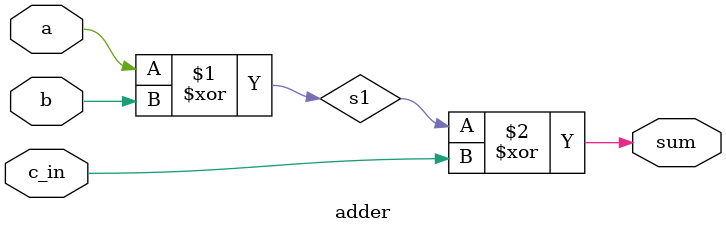
<source format=v>
module clas_4bit(sel, a, b, result, c_out);
    input sel;
    input [3:0]a, b;
    output c_out;
    output [3:0] result;

    wire [3:0] b_bits;
    wire [3:0] carry;

    inverting_bit leaf_0(
        .data(b),
        .sel(sel),
        .out(b_bits)
    );

    clb block_0(
        .a(a),
        .b(b_bits),
        .c_in(sel),
        .c_out(carry)
    );

    adder unit_0( //LSB
        .a(a[0]),
        .b(b_bits[0]),
        .c_in(carry[0]),
        .sum(result[0])
    );

    adder unit_1(
        .a(a[1]),
        .b(b_bits[1]),
        .c_in(carry[0]),
        .sum(result[1])
    );

    adder unit_2(
        .a(a[2]),
        .b(b_bits[2]),
        .c_in(carry[1]),
        .sum(result[2])
    );

    adder unit_3(
        .a(a[3]),
        .b(b_bits[3]),
        .c_in(carry[2]),
        .sum(result[3])
    );
    
    assign c_out = carry[3];
endmodule

module inverting_bit(data, sel, out);
    input sel;
    input [3:0] data;
    output [3:0] out;

    //sel == 1 inverting b bits
    //sel == 0 passthrough b bits
    xor bit_0(out[0],data[0],sel);
    xor bit_1(out[1],data[1],sel);
    xor bit_2(out[2],data[2],sel);
    xor bit_3(out[3],data[3],sel);
endmodule

module clb(c_in, a, b, c_out); //Carry Look-Ahead Block
    input c_in;
    input [3:0] a;
    input [3:0] b;
    output [3:0] c_out;

    wire [3:0]g; //Generation Signal
    wire [3:0]p; //Propagation Signal
    wire [3:0]c; //for calc carry

    //Generation
    and g1(g[0], a[0], b[0]);
    and g2(g[1], a[1], b[1]);
    and g3(g[2], a[2], b[2]);
    and g4(g[3], a[3], b[3]);

    //Propagation
    or p1(p[0],a[0],b[0]);
    or p2(p[1],a[1],b[1]);
    or p3(p[2],a[2],b[2]);
    or p4(p[3],a[3],b[3]);

    //Carry Out
    and c0_and(c[0],c_in,p[0]);
    or c0_or(c_out[0],g[0],c[0]);

   and c1_and(c[1],c_out[0],p[1]);
   or c1_or(c_out[1],g[1],c[1]);

   and c2_and(c[2],c_out[1],p[2]);
   or c2_or(c_out[2],g[2],c[2]);

   and c3_and(c[3],c_out[2],p[3]);
   or c3_or(c_out[3],g[3],c[3]);
endmodule

module adder(a, b, c_in, sum); //1-Bit Adder Without Carry_Out
    input a, b, c_in;
    output sum;
    wire s1;

    //SUM
    xor sum1 (s1, a, b);
    xor sum2 (sum, s1, c_in);
endmodule
</source>
